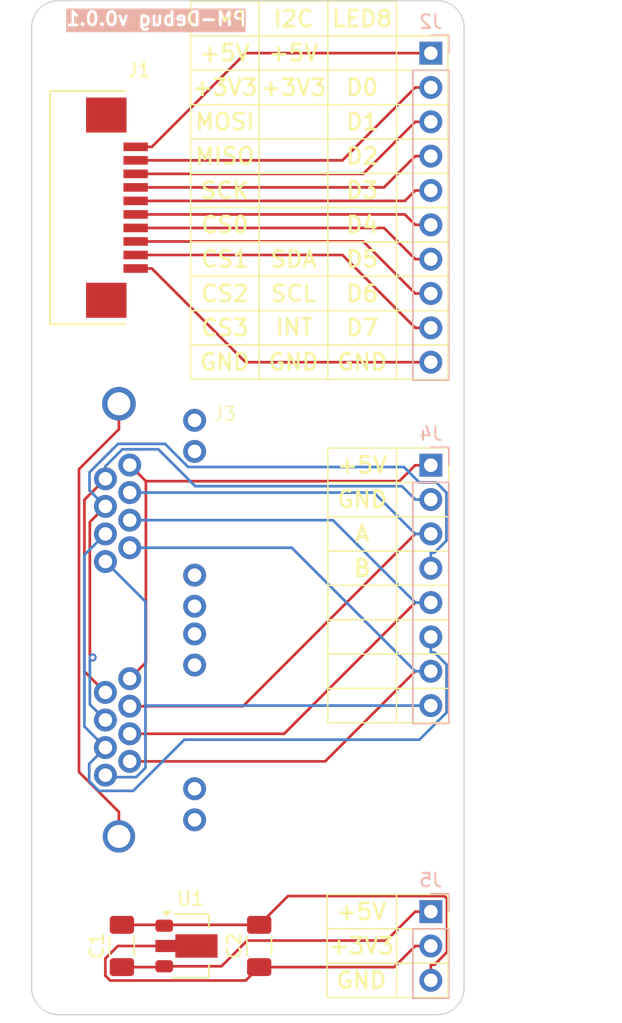
<source format=kicad_pcb>
(kicad_pcb (version 20240108) (generator "pcbnew") (generator_version "8.0")
  (layers (0 "F.Cu" signal) (31 "B.Cu" signal) (34 "B.Paste" user) (35 "F.Paste" user) (36 "B.SilkS" user "B.Silkscreen") (37 "F.SilkS" user "F.Silkscreen") (38 "B.Mask" user) (39 "F.Mask" user) (44 "Edge.Cuts" user))
  (property "article" "PM-Debug")
  (property "version" "0.0.1")
  (net 0 "")
  (net 1 "Net-(J1-Pin_9)")
  (net 2 "Net-(J1-Pin_1)")
  (net 3 "Net-(J1-Pin_7)")
  (net 4 "Net-(J1-Pin_4)")
  (net 5 "Net-(J1-Pin_6)")
  (net 6 "Net-(J1-Pin_3)")
  (net 7 "Net-(J1-Pin_10)")
  (net 8 "Net-(J1-Pin_8)")
  (net 9 "Net-(J1-Pin_5)")
  (net 10 "Net-(J1-Pin_2)")
  (net 11 "unconnected-(J3-PadPE)")
  (net 12 "Net-(J4-Pin_2)")
  (net 13 "Net-(J4-Pin_1)")
  (net 14 "Net-(J4-Pin_8)")
  (net 15 "Net-(J4-Pin_5)")
  (net 16 "Net-(J4-Pin_7)")
  (net 17 "Net-(J4-Pin_4)")
  (net 18 "Net-(J4-Pin_6)")
  (net 19 "Net-(J4-Pin_3)")
  (net 20 "GND")
  (net 21 "+5V")
  (net 22 "+3.3V")
  (footprint "kicad_inventree_lib:HC-WK88-H16-1X2-DB" (layer "F.Cu") (at 110.54 93.485 -90)
    (property "Reference" "J3" (at -10.935 -3.76 0) (layer "F.SilkS") (effects (font (thickness 0.1))))
    (property "Value" "~")
    (pad "" np_thru_hole circle (at -9.57 7.58 270) (size 1 1) (drill 3.3) (layers "F&B.Cu" "*.Mask"))
    (pad "" np_thru_hole circle (at 18.23 7.58 270) (size 1 1) (drill 3.3) (layers "F&B.Cu" "*.Mask"))
    (pad "1" thru_hole circle (at 15.8 5.08 270) (size 1.7 1.7) (drill 1) (layers "*.Cu" "*.Mask") (net 14 "Net-(J4-Pin_8)"))
    (pad "2" thru_hole circle (at 14.78 3.28 270) (size 1.7 1.7) (drill 1) (layers "*.Cu" "*.Mask") (net 16 "Net-(J4-Pin_7)"))
    (pad "3" thru_hole circle (at 13.76 5.08 270) (size 1.7 1.7) (drill 1) (layers "*.Cu" "*.Mask") (net 18 "Net-(J4-Pin_6)"))
    (pad "4" thru_hole circle (at 12.74 3.28 270) (size 1.7 1.7) (drill 1) (layers "*.Cu" "*.Mask") (net 15 "Net-(J4-Pin_5)"))
    (pad "5" thru_hole circle (at 11.72 5.08 270) (size 1.7 1.7) (drill 1) (layers "*.Cu" "*.Mask") (net 17 "Net-(J4-Pin_4)"))
    (pad "6" thru_hole circle (at 10.7 3.28 270) (size 1.7 1.7) (drill 1) (layers "*.Cu" "*.Mask") (net 19 "Net-(J4-Pin_3)"))
    (pad "7" thru_hole circle (at 9.68 5.08 270) (size 1.7 1.7) (drill 1) (layers "*.Cu" "*.Mask") (net 12 "Net-(J4-Pin_2)"))
    (pad "8" thru_hole circle (at 8.66 3.28 270) (size 1.7 1.7) (drill 1) (layers "*.Cu" "*.Mask") (net 13 "Net-(J4-Pin_1)"))
    (pad "9" thru_hole circle (at 0 5.08 270) (size 1.7 1.7) (drill 1) (layers "*.Cu" "*.Mask") (net 14 "Net-(J4-Pin_8)"))
    (pad "10" thru_hole circle (at -1.02 3.28 270) (size 1.7 1.7) (drill 1) (layers "*.Cu" "*.Mask") (net 16 "Net-(J4-Pin_7)"))
    (pad "11" thru_hole circle (at -2.04 5.08 270) (size 1.7 1.7) (drill 1) (layers "*.Cu" "*.Mask") (net 18 "Net-(J4-Pin_6)"))
    (pad "12" thru_hole circle (at -3.06 3.28 270) (size 1.7 1.7) (drill 1) (layers "*.Cu" "*.Mask") (net 15 "Net-(J4-Pin_5)"))
    (pad "13" thru_hole circle (at -4.08 5.08 270) (size 1.7 1.7) (drill 1) (layers "*.Cu" "*.Mask") (net 17 "Net-(J4-Pin_4)"))
    (pad "14" thru_hole circle (at -5.1 3.28 270) (size 1.7 1.7) (drill 1) (layers "*.Cu" "*.Mask") (net 19 "Net-(J4-Pin_3)"))
    (pad "15" thru_hole circle (at -6.12 5.08 270) (size 1.7 1.7) (drill 1) (layers "*.Cu" "*.Mask") (net 12 "Net-(J4-Pin_2)"))
    (pad "16" thru_hole circle (at -7.14 3.28 270) (size 1.7 1.7) (drill 1) (layers "*.Cu" "*.Mask") (net 13 "Net-(J4-Pin_1)"))
    (pad "17" thru_hole circle (at 19.105 -1.52 270) (size 1.7 1.7) (drill 1) (layers "*.Cu" "*.Mask"))
    (pad "18" thru_hole circle (at 16.805 -1.52 270) (size 1.7 1.7) (drill 1) (layers "*.Cu" "*.Mask"))
    (pad "19" thru_hole circle (at 7.655 -1.52 270) (size 1.7 1.7) (drill 1) (layers "*.Cu" "*.Mask"))
    (pad "20" thru_hole circle (at 5.355 -1.52 270) (size 1.7 1.7) (drill 1) (layers "*.Cu" "*.Mask"))
    (pad "21" thru_hole circle (at 3.305 -1.52 270) (size 1.7 1.7) (drill 1) (layers "*.Cu" "*.Mask"))
    (pad "22" thru_hole circle (at 1.005 -1.52 270) (size 1.7 1.7) (drill 1) (layers "*.Cu" "*.Mask"))
    (pad "23" thru_hole circle (at -8.145 -1.52 270) (size 1.7 1.7) (drill 1) (layers "*.Cu" "*.Mask"))
    (pad "24" thru_hole circle (at -10.445 -1.52 270) (size 1.7 1.7) (drill 1) (layers "*.Cu" "*.Mask"))
    (pad "PE" thru_hole circle (at -11.67 4.08 270) (size 2.5 2.5) (drill 1.7) (layers "*.Cu" "*.Mask") (net 11 "unconnected-(J3-PadPE)"))
    (pad "PE" thru_hole circle (at 20.33 4.08 270) (size 2.4 2.4) (drill 1.7) (layers "*.Cu" "*.Mask") (net 11 "unconnected-(J3-PadPE)"))
  )
  (footprint "Package_TO_SOT_SMD:SOT-89-3" (layer "F.Cu") (at 111.76 121.92)
    (property "Reference" "U1" (at 0 -3.5 0) (layer "F.SilkS"))
    (property "Value" "CJA1117B-3.3")
    (fp_line (start -1.22 -2.36) (end 1.36 -2.36) (stroke (width 0.12)) (layer "F.SilkS"))
    (fp_line (start 1.36 -1.38) (end 1.36 -2.36) (stroke (width 0.12)) (layer "F.SilkS"))
    (fp_line (start 1.36 1.38) (end 1.36 2.36) (stroke (width 0.12)) (layer "F.SilkS"))
    (fp_line (start 1.36 2.36) (end -1.36 2.36) (stroke (width 0.12)) (layer "F.SilkS"))
    (fp_poly (pts (xy -1.77 -2.21) (xy -2.01 -2.54) (xy -1.53 -2.54) (xy -1.77 -2.21)) (stroke (width 0.12)) (fill solid) (layer "F.SilkS"))
    (pad "1" smd roundrect (at -1.95 -1.5) (size 1.3 0.9) (layers "F.Cu" "F.Paste" "F.Mask") (net 20 "GND"))
    (pad "2" smd custom (at -1.8625 0) (size 1.475 0.9) (layers "F.Cu" "F.Paste" "F.Mask") (net 22 "+3.3V") (options (clearance outline) (anchor rect)) (primitives (gr_poly (pts (xy 3.8625 0.8665) (xy 0.7375 0.8665) (xy 0.7375 -0.8665) (xy 3.8625 -0.8665)) (width 0) (fill yes))))
    (pad "3" smd roundrect (at -1.95 1.5) (size 1.3 0.9) (layers "F.Cu" "F.Paste" "F.Mask") (net 21 "+5V"))
  )
  (footprint "Capacitor_SMD:C_1206_3216Metric_Pad1.33x1.80mm_HandSolder" (layer "F.Cu") (at 116.84 121.92 90)
    (property "Reference" "C2" (at 0 -1.85 90) (layer "F.SilkS"))
    (property "Value" "22uF")
    (fp_line (start -0.711252 -0.91) (end 0.711252 -0.91) (stroke (width 0.12)) (layer "F.SilkS"))
    (fp_line (start -0.711252 0.91) (end 0.711252 0.91) (stroke (width 0.12)) (layer "F.SilkS"))
    (pad "1" smd roundrect (at -1.5625 0 90) (size 1.325 1.8) (layers "F.Cu" "F.Paste" "F.Mask") (roundrect_rratio 0.188679) (net 22 "+3.3V"))
    (pad "2" smd roundrect (at 1.5625 0 90) (size 1.325 1.8) (layers "F.Cu" "F.Paste" "F.Mask") (roundrect_rratio 0.188679) (net 20 "GND"))
  )
  (footprint "kicad_inventree_lib:CONN10_AFA07-S10_JUS" (layer "F.Cu") (at 104.14 67.31 -90)
    (property "Reference" "J1" (at -10.16 -3.81 0) (layer "F.SilkS"))
    (property "Value" "AFA07-S10FCC-00")
    (fp_line (start -8.6233 2.7813) (end 8.6233 2.7813) (stroke (width 0.1524)) (layer "F.SilkS"))
    (fp_line (start 8.6233 2.7813) (end 8.6233 -2.7813) (stroke (width 0.1524)) (layer "F.SilkS"))
    (fp_line (start -8.6233 -2.7813) (end -8.6233 2.7813) (stroke (width 0.1524)) (layer "F.SilkS"))
    (pad "1" smd rect (at -4.499991 -3.556 270) (size 0.635 1.8034) (layers "F.Cu" "F.Paste" "F.Mask") (net 2 "Net-(J1-Pin_1)"))
    (pad "2" smd rect (at -3.499993 -3.556 270) (size 0.635 1.8034) (layers "F.Cu" "F.Paste" "F.Mask") (net 10 "Net-(J1-Pin_2)"))
    (pad "3" smd rect (at -2.499995 -3.556 270) (size 0.635 1.8034) (layers "F.Cu" "F.Paste" "F.Mask") (net 6 "Net-(J1-Pin_3)"))
    (pad "4" smd rect (at -1.499997 -3.556 270) (size 0.635 1.8034) (layers "F.Cu" "F.Paste" "F.Mask") (net 4 "Net-(J1-Pin_4)"))
    (pad "5" smd rect (at -0.499999 -3.556 270) (size 0.635 1.8034) (layers "F.Cu" "F.Paste" "F.Mask") (net 9 "Net-(J1-Pin_5)"))
    (pad "6" smd rect (at 0.499999 -3.556 270) (size 0.635 1.8034) (layers "F.Cu" "F.Paste" "F.Mask") (net 5 "Net-(J1-Pin_6)"))
    (pad "7" smd rect (at 1.499997 -3.556 270) (size 0.635 1.8034) (layers "F.Cu" "F.Paste" "F.Mask") (net 3 "Net-(J1-Pin_7)"))
    (pad "8" smd rect (at 2.499995 -3.556 270) (size 0.635 1.8034) (layers "F.Cu" "F.Paste" "F.Mask") (net 8 "Net-(J1-Pin_8)"))
    (pad "9" smd rect (at 3.499993 -3.556 270) (size 0.635 1.8034) (layers "F.Cu" "F.Paste" "F.Mask") (net 1 "Net-(J1-Pin_9)"))
    (pad "10" smd rect (at 4.499991 -3.556 270) (size 0.635 1.8034) (layers "F.Cu" "F.Paste" "F.Mask") (net 7 "Net-(J1-Pin_10)"))
    (pad "11" smd rect (at -6.850002 -1.385999 270) (size 2.5908 2.9972) (layers "F.Cu" "F.Paste" "F.Mask"))
    (pad "12" smd rect (at 6.850002 -1.385999 270) (size 2.5908 2.9972) (layers "F.Cu" "F.Paste" "F.Mask"))
  )
  (footprint "Capacitor_SMD:C_1206_3216Metric_Pad1.33x1.80mm_HandSolder" (layer "F.Cu") (at 106.68 121.92 90)
    (property "Reference" "C1" (at 0 -1.85 90) (layer "F.SilkS"))
    (property "Value" "10uF")
    (fp_line (start -0.711252 -0.91) (end 0.711252 -0.91) (stroke (width 0.12)) (layer "F.SilkS"))
    (fp_line (start -0.711252 0.91) (end 0.711252 0.91) (stroke (width 0.12)) (layer "F.SilkS"))
    (pad "1" smd roundrect (at -1.5625 0 90) (size 1.325 1.8) (layers "F.Cu" "F.Paste" "F.Mask") (roundrect_rratio 0.188679) (net 21 "+5V"))
    (pad "2" smd roundrect (at 1.5625 0 90) (size 1.325 1.8) (layers "F.Cu" "F.Paste" "F.Mask") (roundrect_rratio 0.188679) (net 20 "GND"))
  )
  (footprint "Connector_PinHeader_2.54mm:PinHeader_1x10_P2.54mm_Vertical" (layer "B.Cu") (at 129.54 55.88 180)
    (property "Reference" "J2" (at 0 2.33 0) (layer "B.SilkS") (effects (justify mirror)))
    (property "Value" "Conn_01x10_Pin")
    (fp_line (start 1.33 -1.27) (end -1.33 -1.27) (stroke (width 0.12)) (layer "B.SilkS"))
    (fp_line (start 1.33 -24.19) (end 1.33 -1.27) (stroke (width 0.12)) (layer "B.SilkS"))
    (fp_line (start 1.33 -24.19) (end -1.33 -24.19) (stroke (width 0.12)) (layer "B.SilkS"))
    (fp_line (start 0 1.33) (end -1.33 1.33) (stroke (width 0.12)) (layer "B.SilkS"))
    (fp_line (start -1.33 1.33) (end -1.33 0) (stroke (width 0.12)) (layer "B.SilkS"))
    (fp_line (start -1.33 -24.19) (end -1.33 -1.27) (stroke (width 0.12)) (layer "B.SilkS"))
    (pad "1" thru_hole rect (at 0 0 180) (size 1.7 1.7) (drill 1) (layers "*.Cu" "*.Mask") (net 2 "Net-(J1-Pin_1)"))
    (pad "2" thru_hole oval (at 0 -2.54 180) (size 1.7 1.7) (drill 1) (layers "*.Cu" "*.Mask") (net 10 "Net-(J1-Pin_2)"))
    (pad "3" thru_hole oval (at 0 -5.08 180) (size 1.7 1.7) (drill 1) (layers "*.Cu" "*.Mask") (net 6 "Net-(J1-Pin_3)"))
    (pad "4" thru_hole oval (at 0 -7.62 180) (size 1.7 1.7) (drill 1) (layers "*.Cu" "*.Mask") (net 4 "Net-(J1-Pin_4)"))
    (pad "5" thru_hole oval (at 0 -10.16 180) (size 1.7 1.7) (drill 1) (layers "*.Cu" "*.Mask") (net 9 "Net-(J1-Pin_5)"))
    (pad "6" thru_hole oval (at 0 -12.7 180) (size 1.7 1.7) (drill 1) (layers "*.Cu" "*.Mask") (net 5 "Net-(J1-Pin_6)"))
    (pad "7" thru_hole oval (at 0 -15.24 180) (size 1.7 1.7) (drill 1) (layers "*.Cu" "*.Mask") (net 3 "Net-(J1-Pin_7)"))
    (pad "8" thru_hole oval (at 0 -17.78 180) (size 1.7 1.7) (drill 1) (layers "*.Cu" "*.Mask") (net 8 "Net-(J1-Pin_8)"))
    (pad "9" thru_hole oval (at 0 -20.32 180) (size 1.7 1.7) (drill 1) (layers "*.Cu" "*.Mask") (net 1 "Net-(J1-Pin_9)"))
    (pad "10" thru_hole oval (at 0 -22.86 180) (size 1.7 1.7) (drill 1) (layers "*.Cu" "*.Mask") (net 7 "Net-(J1-Pin_10)"))
  )
  (footprint "Connector_PinHeader_2.54mm:PinHeader_1x08_P2.54mm_Vertical" (layer "B.Cu") (at 129.54 86.36 180)
    (property "Reference" "J4" (at 0 2.33 0) (layer "B.SilkS") (effects (justify mirror)))
    (property "Value" "PinHeader_01x08_P2.54_THT_Straight")
    (fp_line (start 1.33 -1.27) (end -1.33 -1.27) (stroke (width 0.12)) (layer "B.SilkS"))
    (fp_line (start 1.33 -19.11) (end 1.33 -1.27) (stroke (width 0.12)) (layer "B.SilkS"))
    (fp_line (start 1.33 -19.11) (end -1.33 -19.11) (stroke (width 0.12)) (layer "B.SilkS"))
    (fp_line (start 0 1.33) (end -1.33 1.33) (stroke (width 0.12)) (layer "B.SilkS"))
    (fp_line (start -1.33 1.33) (end -1.33 0) (stroke (width 0.12)) (layer "B.SilkS"))
    (fp_line (start -1.33 -19.11) (end -1.33 -1.27) (stroke (width 0.12)) (layer "B.SilkS"))
    (pad "1" thru_hole rect (at 0 0 180) (size 1.7 1.7) (drill 1) (layers "*.Cu" "*.Mask") (net 13 "Net-(J4-Pin_1)"))
    (pad "2" thru_hole oval (at 0 -2.54 180) (size 1.7 1.7) (drill 1) (layers "*.Cu" "*.Mask") (net 12 "Net-(J4-Pin_2)"))
    (pad "3" thru_hole oval (at 0 -5.08 180) (size 1.7 1.7) (drill 1) (layers "*.Cu" "*.Mask") (net 19 "Net-(J4-Pin_3)"))
    (pad "4" thru_hole oval (at 0 -7.62 180) (size 1.7 1.7) (drill 1) (layers "*.Cu" "*.Mask") (net 17 "Net-(J4-Pin_4)"))
    (pad "5" thru_hole oval (at 0 -10.16 180) (size 1.7 1.7) (drill 1) (layers "*.Cu" "*.Mask") (net 15 "Net-(J4-Pin_5)"))
    (pad "6" thru_hole oval (at 0 -12.7 180) (size 1.7 1.7) (drill 1) (layers "*.Cu" "*.Mask") (net 18 "Net-(J4-Pin_6)"))
    (pad "7" thru_hole oval (at 0 -15.24 180) (size 1.7 1.7) (drill 1) (layers "*.Cu" "*.Mask") (net 16 "Net-(J4-Pin_7)"))
    (pad "8" thru_hole oval (at 0 -17.78 180) (size 1.7 1.7) (drill 1) (layers "*.Cu" "*.Mask") (net 14 "Net-(J4-Pin_8)"))
  )
  (footprint "Connector_PinHeader_2.54mm:PinHeader_1x03_P2.54mm_Vertical" (layer "B.Cu") (at 129.54 119.38 180)
    (property "Reference" "J5" (at 0 2.33 0) (layer "B.SilkS") (effects (justify mirror)))
    (property "Value" "Conn_01x03_Pin")
    (fp_line (start 1.33 -1.27) (end -1.33 -1.27) (stroke (width 0.12)) (layer "B.SilkS"))
    (fp_line (start 1.33 -6.41) (end 1.33 -1.27) (stroke (width 0.12)) (layer "B.SilkS"))
    (fp_line (start 1.33 -6.41) (end -1.33 -6.41) (stroke (width 0.12)) (layer "B.SilkS"))
    (fp_line (start 0 1.33) (end -1.33 1.33) (stroke (width 0.12)) (layer "B.SilkS"))
    (fp_line (start -1.33 1.33) (end -1.33 0) (stroke (width 0.12)) (layer "B.SilkS"))
    (fp_line (start -1.33 -6.41) (end -1.33 -1.27) (stroke (width 0.12)) (layer "B.SilkS"))
    (pad "1" thru_hole rect (at 0 0 180) (size 1.7 1.7) (drill 1) (layers "*.Cu" "*.Mask") (net 21 "+5V"))
    (pad "2" thru_hole oval (at 0 -2.54 180) (size 1.7 1.7) (drill 1) (layers "*.Cu" "*.Mask") (net 22 "+3.3V"))
    (pad "3" thru_hole oval (at 0 -5.08 180) (size 1.7 1.7) (drill 1) (layers "*.Cu" "*.Mask") (net 20 "GND"))
  )
  (gr_rect (start 121.86 123.19) (end 130.81 125.73) (stroke (width 0.1)) (fill none) (layer "F.SilkS"))
  (gr_line (start 121.92 52.07) (end 121.92 80.01) (stroke (width 0.1)) (layer "F.SilkS"))
  (gr_rect (start 121.92 90.17) (end 130.87 92.71) (stroke (width 0.1)) (fill none) (layer "F.SilkS"))
  (gr_rect (start 111.76 67.31) (end 130.81 69.85) (stroke (width 0.1)) (fill none) (layer "F.SilkS"))
  (gr_line (start 127 85.09) (end 127 105.41) (stroke (width 0.1)) (layer "F.SilkS"))
  (gr_rect (start 111.76 64.77) (end 130.81 67.31) (stroke (width 0.1)) (fill none) (layer "F.SilkS"))
  (gr_rect (start 121.92 85.09) (end 130.87 87.63) (stroke (width 0.1)) (fill none) (layer "F.SilkS"))
  (gr_rect (start 121.92 102.87) (end 130.87 105.41) (stroke (width 0.1)) (fill none) (layer "F.SilkS"))
  (gr_rect (start 111.76 77.47) (end 130.81 80.01) (stroke (width 0.1)) (fill none) (layer "F.SilkS"))
  (gr_line (start 127 52.07) (end 127 80.01) (stroke (width 0.1)) (layer "F.SilkS"))
  (gr_rect (start 111.76 62.23) (end 130.81 64.77) (stroke (width 0.1)) (fill none) (layer "F.SilkS"))
  (gr_rect (start 121.86 118.11) (end 130.81 120.65) (stroke (width 0.1)) (fill none) (layer "F.SilkS"))
  (gr_line (start 127 118.11) (end 127 125.73) (stroke (width 0.1)) (layer "F.SilkS"))
  (gr_rect (start 121.92 87.63) (end 130.87 90.17) (stroke (width 0.1)) (fill none) (layer "F.SilkS"))
  (gr_rect (start 111.76 74.93) (end 130.81 77.47) (stroke (width 0.1)) (fill none) (layer "F.SilkS"))
  (gr_line (start 111.76 52.07) (end 111.76 80.01) (stroke (width 0.1)) (layer "F.SilkS"))
  (gr_rect (start 121.92 95.25) (end 130.87 97.79) (stroke (width 0.1)) (fill none) (layer "F.SilkS"))
  (gr_rect (start 111.76 69.85) (end 130.81 72.39) (stroke (width 0.1)) (fill none) (layer "F.SilkS"))
  (gr_rect (start 121.92 92.71) (end 130.87 95.25) (stroke (width 0.1)) (fill none) (layer "F.SilkS"))
  (gr_rect (start 121.92 100.33) (end 130.87 102.87) (stroke (width 0.1)) (fill none) (layer "F.SilkS"))
  (gr_line (start 116.84 52.07) (end 116.84 80.01) (stroke (width 0.1)) (layer "F.SilkS"))
  (gr_rect (start 111.76 59.69) (end 130.81 62.23) (stroke (width 0.1)) (fill none) (layer "F.SilkS"))
  (gr_rect (start 111.76 57.15) (end 130.81 59.69) (stroke (width 0.1)) (fill none) (layer "F.SilkS"))
  (gr_line (start 111.76 52.07) (end 127 52.07) (stroke (width 0.1)) (layer "F.SilkS"))
  (gr_rect (start 111.76 54.61) (end 130.81 57.15) (stroke (width 0.1)) (fill none) (layer "F.SilkS"))
  (gr_rect (start 121.92 97.79) (end 130.87 100.33) (stroke (width 0.1)) (fill none) (layer "F.SilkS"))
  (gr_rect (start 111.76 72.39) (end 130.81 74.93) (stroke (width 0.1)) (fill none) (layer "F.SilkS"))
  (gr_rect (start 121.86 120.65) (end 130.81 123.19) (stroke (width 0.1)) (fill none) (layer "F.SilkS"))
  (gr_arc (start 100 54) (mid 100.585786 52.585786) (end 102 52) (stroke (width 0.1)) (layer "Edge.Cuts"))
  (gr_arc (start 130 52) (mid 131.414214 52.585786) (end 132 54) (stroke (width 0.1)) (layer "Edge.Cuts"))
  (gr_line (start 130 127) (end 102 127) (stroke (width 0.1)) (layer "Edge.Cuts"))
  (gr_line (start 100 125) (end 100 54) (stroke (width 0.1)) (layer "Edge.Cuts"))
  (gr_arc (start 132 125) (mid 131.414214 126.414214) (end 130 127) (stroke (width 0.1)) (layer "Edge.Cuts"))
  (gr_arc (start 102 127) (mid 100.585786 126.414214) (end 100 125) (stroke (width 0.1)) (layer "Edge.Cuts"))
  (gr_line (start 132 54) (end 132 125) (stroke (width 0.1)) (layer "Edge.Cuts"))
  (gr_line (start 102 52) (end 130 52) (stroke (width 0.1)) (layer "Edge.Cuts"))
  (gr_text "${article} v${version}" (at 109.22 53.34 0) (layer "B.SilkS" knockout) (effects (font (size 1 1) (thickness 0.2) (bold yes)) (justify mirror)))
  (gr_text "GND" (at 124.46 88.9 0) (layer "F.SilkS") (effects (font (size 1.2 1.2) (thickness 0.2) (bold yes))))
  (gr_text "CS3" (at 114.3 76.2 0) (layer "F.SilkS") (effects (font (size 1.2 1.2) (thickness 0.2) (bold yes))))
  (gr_text "+3V3" (at 119.38 58.42 0) (layer "F.SilkS") (effects (font (size 1.2 1.2) (thickness 0.2) (bold yes))))
  (gr_text "MISO" (at 114.3 63.5 0) (layer "F.SilkS") (effects (font (size 1.2 1.2) (thickness 0.2) (bold yes))))
  (gr_text "SPI" (at 114.3 53.34 0) (layer "F.SilkS") (effects (font (size 1.2 1.2) (thickness 0.2) (bold yes))))
  (gr_text "SDA" (at 119.38 71.12 0) (layer "F.SilkS") (effects (font (size 1.2 1.2) (thickness 0.2) (bold yes))))
  (gr_text "GND" (at 124.4 124.46 0) (layer "F.SilkS") (effects (font (size 1.2 1.2) (thickness 0.2) (bold yes))))
  (gr_text "D4" (at 124.46 68.58 0) (layer "F.SilkS") (effects (font (size 1.2 1.2) (thickness 0.2) (bold yes))))
  (gr_text "GND" (at 124.46 78.74 0) (layer "F.SilkS") (effects (font (size 1.2 1.2) (thickness 0.2) (bold yes))))
  (gr_text "+5V" (at 124.4 119.38 0) (layer "F.SilkS") (effects (font (size 1.2 1.2) (thickness 0.2) (bold yes))))
  (gr_text "D2" (at 124.46 63.5 0) (layer "F.SilkS") (effects (font (size 1.2 1.2) (thickness 0.2) (bold yes))))
  (gr_text "+5V" (at 119.38 55.88 0) (layer "F.SilkS") (effects (font (size 1.2 1.2) (thickness 0.2) (bold yes))))
  (gr_text "CS1" (at 114.3 71.12 0) (layer "F.SilkS") (effects (font (size 1.2 1.2) (thickness 0.2) (bold yes))))
  (gr_text "INT" (at 119.437299 76.141265 0) (layer "F.SilkS") (effects (font (size 1.2 1.2) (thickness 0.2) (bold yes))))
  (gr_text "LED8" (at 124.46 53.34 0) (layer "F.SilkS") (effects (font (size 1.2 1.2) (thickness 0.2) (bold yes))))
  (gr_text "CS0" (at 114.3 68.58 0) (layer "F.SilkS") (effects (font (size 1.2 1.2) (thickness 0.2) (bold yes))))
  (gr_text "D6" (at 124.46 73.66 0) (layer "F.SilkS") (effects (font (size 1.2 1.2) (thickness 0.2) (bold yes))))
  (gr_text "A" (at 124.46 91.44 0) (layer "F.SilkS") (effects (font (size 1.2 1.2) (thickness 0.2) (bold yes))))
  (gr_text "MOSI" (at 114.3 60.96 0) (layer "F.SilkS") (effects (font (size 1.2 1.2) (thickness 0.2) (bold yes))))
  (gr_text "B" (at 124.46 93.98 0) (layer "F.SilkS") (effects (font (size 1.2 1.2) (thickness 0.2) (bold yes))))
  (gr_text "D1" (at 124.46 60.96 0) (layer "F.SilkS") (effects (font (size 1.2 1.2) (thickness 0.2) (bold yes))))
  (gr_text "D5" (at 124.46 71.12 0) (layer "F.SilkS") (effects (font (size 1.2 1.2) (thickness 0.2) (bold yes))))
  (gr_text "CS2" (at 114.3 73.66 0) (layer "F.SilkS") (effects (font (size 1.2 1.2) (thickness 0.2) (bold yes))))
  (gr_text "+3V3" (at 114.3 58.42 0) (layer "F.SilkS") (effects (font (size 1.2 1.2) (thickness 0.2) (bold yes))))
  (gr_text "SCL" (at 119.38 73.66 0) (layer "F.SilkS") (effects (font (size 1.2 1.2) (thickness 0.2) (bold yes))))
  (gr_text "+3V3" (at 124.4 121.92 0) (layer "F.SilkS") (effects (font (size 1.2 1.2) (thickness 0.2) (bold yes))))
  (gr_text "GND" (at 119.38 78.74 0) (layer "F.SilkS") (effects (font (size 1.2 1.2) (thickness 0.2) (bold yes))))
  (gr_text "GND" (at 114.3 78.74 0) (layer "F.SilkS") (effects (font (size 1.2 1.2) (thickness 0.2) (bold yes))))
  (gr_text "+5V" (at 124.46 86.36 0) (layer "F.SilkS") (effects (font (size 1.2 1.2) (thickness 0.2) (bold yes))))
  (gr_text "I2C" (at 119.38 53.34 0) (layer "F.SilkS") (effects (font (size 1.2 1.2) (thickness 0.2) (bold yes))))
  (gr_text "D0" (at 124.46 58.42 0) (layer "F.SilkS") (effects (font (size 1.2 1.2) (thickness 0.2) (bold yes))))
  (gr_text "SCK" (at 114.3 66.04 0) (layer "F.SilkS") (effects (font (size 1.2 1.2) (thickness 0.2) (bold yes))))
  (gr_text "D7" (at 124.46 76.2 0) (layer "F.SilkS") (effects (font (size 1.2 1.2) (thickness 0.2) (bold yes))))
  (gr_text "D3" (at 124.46 66.04 0) (layer "F.SilkS") (effects (font (size 1.2 1.2) (thickness 0.2) (bold yes))))
  (gr_text "+5V" (at 114.3 55.88 0) (layer "F.SilkS") (effects (font (size 1.2 1.2) (thickness 0.2) (bold yes))))
  (segment (start 129.54 76.2) (end 128.3883 76.2) (width 0.2) (layer "F.Cu") (net 1))
  (segment (start 107.696 70.81) (end 122.9983 70.81) (width 0.2) (layer "F.Cu") (net 1))
  (segment (start 122.9983 70.81) (end 128.3883 76.2) (width 0.2) (layer "F.Cu") (net 1))
  (segment (start 107.696 62.81) (end 108.8994 62.81) (width 0.2) (layer "F.Cu") (net 2))
  (segment (start 108.8994 62.81) (end 115.8294 55.88) (width 0.2) (layer "F.Cu") (net 2))
  (segment (start 115.8294 55.88) (end 129.54 55.88) (width 0.2) (layer "F.Cu") (net 2))
  (segment (start 107.696 68.81) (end 126.0783 68.81) (width 0.2) (layer "F.Cu") (net 3))
  (segment (start 129.54 71.12) (end 128.3883 71.12) (width 0.2) (layer "F.Cu") (net 3))
  (segment (start 126.0783 68.81) (end 128.3883 71.12) (width 0.2) (layer "F.Cu") (net 3))
  (segment (start 126.0783 65.81) (end 128.3883 63.5) (width 0.2) (layer "F.Cu") (net 4))
  (segment (start 107.696 65.81) (end 126.0783 65.81) (width 0.2) (layer "F.Cu") (net 4))
  (segment (start 129.54 63.5) (end 128.3883 63.5) (width 0.2) (layer "F.Cu") (net 4))
  (segment (start 129.54 68.58) (end 128.3883 68.58) (width 0.2) (layer "F.Cu") (net 5))
  (segment (start 107.696 67.81) (end 127.6183 67.81) (width 0.2) (layer "F.Cu") (net 5))
  (segment (start 127.6183 67.81) (end 128.3883 68.58) (width 0.2) (layer "F.Cu") (net 5))
  (segment (start 107.696 64.81) (end 124.5383 64.81) (width 0.2) (layer "F.Cu") (net 6))
  (segment (start 124.5383 64.81) (end 128.3883 60.96) (width 0.2) (layer "F.Cu") (net 6))
  (segment (start 129.54 60.96) (end 128.3883 60.96) (width 0.2) (layer "F.Cu") (net 6))
  (segment (start 115.8294 78.74) (end 129.54 78.74) (width 0.2) (layer "F.Cu") (net 7))
  (segment (start 107.696 71.81) (end 108.8994 71.81) (width 0.2) (layer "F.Cu") (net 7))
  (segment (start 108.8994 71.81) (end 115.8294 78.74) (width 0.2) (layer "F.Cu") (net 7))
  (segment (start 124.5383 69.81) (end 128.3883 73.66) (width 0.2) (layer "F.Cu") (net 8))
  (segment (start 107.696 69.81) (end 124.5383 69.81) (width 0.2) (layer "F.Cu") (net 8))
  (segment (start 129.54 73.66) (end 128.3883 73.66) (width 0.2) (layer "F.Cu") (net 8))
  (segment (start 129.54 66.04) (end 128.3883 66.04) (width 0.2) (layer "F.Cu") (net 9))
  (segment (start 127.6183 66.81) (end 128.3883 66.04) (width 0.2) (layer "F.Cu") (net 9))
  (segment (start 107.696 66.81) (end 127.6183 66.81) (width 0.2) (layer "F.Cu") (net 9))
  (segment (start 107.696 63.81) (end 122.9983 63.81) (width 0.2) (layer "F.Cu") (net 10))
  (segment (start 122.9983 63.81) (end 128.3883 58.42) (width 0.2) (layer "F.Cu") (net 10))
  (segment (start 129.54 58.42) (end 128.3883 58.42) (width 0.2) (layer "F.Cu") (net 10))
  (segment (start 103.5037 86.656) (end 103.5037 109.0511) (width 0.2) (layer "F.Cu") (net 11))
  (segment (start 106.46 81.815) (end 106.46 83.6997) (width 0.2) (layer "F.Cu") (net 11))
  (segment (start 106.46 112.0074) (end 106.46 113.815) (width 0.2) (layer "F.Cu") (net 11))
  (segment (start 106.46 83.6997) (end 103.5037 86.656) (width 0.2) (layer "F.Cu") (net 11))
  (segment (start 103.5037 109.0511) (end 106.46 112.0074) (width 0.2) (layer "F.Cu") (net 11))
  (segment (start 103.9054 88.9196) (end 103.9054 101.6104) (width 0.2) (layer "F.Cu") (net 12))
  (segment (start 103.9054 101.6104) (end 105.46 103.165) (width 0.2) (layer "F.Cu") (net 12))
  (segment (start 105.46 87.365) (end 103.9054 88.9196) (width 0.2) (layer "F.Cu") (net 12))
  (segment (start 112.104 87.9119) (end 127.4002 87.9119) (width 0.2) (layer "B.Cu") (net 12))
  (segment (start 127.4002 87.9119) (end 128.3883 88.9) (width 0.2) (layer "B.Cu") (net 12))
  (segment (start 109.3742 85.1821) (end 112.104 87.9119) (width 0.2) (layer "B.Cu") (net 12))
  (segment (start 129.54 88.9) (end 128.3883 88.9) (width 0.2) (layer "B.Cu") (net 12))
  (segment (start 106.7145 85.1821) (end 109.3742 85.1821) (width 0.2) (layer "B.Cu") (net 12))
  (segment (start 105.46 86.4366) (end 106.7145 85.1821) (width 0.2) (layer "B.Cu") (net 12))
  (segment (start 105.46 87.365) (end 105.46 86.4366) (width 0.2) (layer "B.Cu") (net 12))
  (segment (start 108.4547 87.5397) (end 127.2086 87.5397) (width 0.2) (layer "F.Cu") (net 13))
  (segment (start 108.4547 100.9503) (end 107.26 102.145) (width 0.2) (layer "F.Cu") (net 13))
  (segment (start 108.4547 87.5397) (end 108.4547 100.9503) (width 0.2) (layer "F.Cu") (net 13))
  (segment (start 129.54 86.36) (end 128.3883 86.36) (width 0.2) (layer "F.Cu") (net 13))
  (segment (start 127.2086 87.5397) (end 128.3883 86.36) (width 0.2) (layer "F.Cu") (net 13))
  (segment (start 107.26 86.345) (end 108.4547 87.5397) (width 0.2) (layer "F.Cu") (net 13))
  (segment (start 108.4241 104.14) (end 108.4241 108.7438) (width 0.2) (layer "B.Cu") (net 14))
  (segment (start 107.7356 109.4323) (end 105.6073 109.4323) (width 0.2) (layer "B.Cu") (net 14))
  (segment (start 108.4241 96.4491) (end 108.4241 104.14) (width 0.2) (layer "B.Cu") (net 14))
  (segment (start 129.54 104.14) (end 128.3883 104.14) (width 0.2) (layer "B.Cu") (net 14))
  (segment (start 108.4241 104.14) (end 128.3883 104.14) (width 0.2) (layer "B.Cu") (net 14))
  (segment (start 105.6073 109.4323) (end 105.46 109.285) (width 0.2) (layer "B.Cu") (net 14))
  (segment (start 105.46 93.485) (end 108.4241 96.4491) (width 0.2) (layer "B.Cu") (net 14))
  (segment (start 108.4241 108.7438) (end 107.7356 109.4323) (width 0.2) (layer "B.Cu") (net 14))
  (segment (start 129.54 96.52) (end 128.3883 96.52) (width 0.2) (layer "F.Cu") (net 15))
  (segment (start 128.3883 96.52) (end 118.6833 106.225) (width 0.2) (layer "F.Cu") (net 15))
  (segment (start 118.6833 106.225) (end 107.26 106.225) (width 0.2) (layer "F.Cu") (net 15))
  (segment (start 122.2933 90.425) (end 107.26 90.425) (width 0.2) (layer "B.Cu") (net 15))
  (segment (start 128.3883 96.52) (end 122.2933 90.425) (width 0.2) (layer "B.Cu") (net 15))
  (segment (start 129.54 96.52) (end 128.3883 96.52) (width 0.2) (layer "B.Cu") (net 15))
  (segment (start 129.54 101.6) (end 128.3883 101.6) (width 0.2) (layer "F.Cu") (net 16))
  (segment (start 128.3883 101.6) (end 121.7233 108.265) (width 0.2) (layer "F.Cu") (net 16))
  (segment (start 121.7233 108.265) (end 107.26 108.265) (width 0.2) (layer "F.Cu") (net 16))
  (segment (start 119.2533 92.465) (end 128.3883 101.6) (width 0.2) (layer "B.Cu") (net 16))
  (segment (start 107.26 92.465) (end 119.2533 92.465) (width 0.2) (layer "B.Cu") (net 16))
  (segment (start 129.54 101.6) (end 128.3883 101.6) (width 0.2) (layer "B.Cu") (net 16))
  (segment (start 104.3071 100.3761) (end 104.5142 100.5832) (width 0.2) (layer "F.Cu") (net 17))
  (segment (start 104.3071 90.5579) (end 104.3071 100.3761) (width 0.2) (layer "F.Cu") (net 17))
  (segment (start 105.46 89.405) (end 104.3071 90.5579) (width 0.2) (layer "F.Cu") (net 17))
  (via (at 104.5142 100.5832) (size 0.6) (drill 0.3) (layers "F.Cu" "B.Cu") (net 17))
  (segment (start 106.3899 84.7804) (end 109.8717 84.7804) (width 0.2) (layer "B.Cu") (net 17))
  (segment (start 130.6934 88.3837) (end 130.6934 91.9434) (width 0.2) (layer "B.Cu") (net 17))
  (segment (start 104.285 88.23) (end 104.285 86.8853) (width 0.2) (layer "B.Cu") (net 17))
  (segment (start 129.8085 92.8283) (end 129.54 92.8283) (width 0.2) (layer "B.Cu") (net 17))
  (segment (start 104.285 86.8853) (end 106.3899 84.7804) (width 0.2) (layer "B.Cu") (net 17))
  (segment (start 128.6815 87.6282) (end 129.9379 87.6282) (width 0.2) (layer "B.Cu") (net 17))
  (segment (start 130.6934 91.9434) (end 129.8085 92.8283) (width 0.2) (layer "B.Cu") (net 17))
  (segment (start 127.545 86.4917) (end 128.6815 87.6282) (width 0.2) (layer "B.Cu") (net 17))
  (segment (start 105.46 89.405) (end 104.285 88.23) (width 0.2) (layer "B.Cu") (net 17))
  (segment (start 109.8717 84.7804) (end 111.583 86.4917) (width 0.2) (layer "B.Cu") (net 17))
  (segment (start 129.54 93.98) (end 129.54 92.8283) (width 0.2) (layer "B.Cu") (net 17))
  (segment (start 129.9379 87.6282) (end 130.6934 88.3837) (width 0.2) (layer "B.Cu") (net 17))
  (segment (start 111.583 86.4917) (end 127.545 86.4917) (width 0.2) (layer "B.Cu") (net 17))
  (segment (start 105.46 105.205) (end 104.3083 104.0533) (width 0.2) (layer "B.Cu") (net 17))
  (segment (start 104.3083 104.0533) (end 104.3083 100.7891) (width 0.2) (layer "B.Cu") (net 17))
  (segment (start 104.3083 100.7891) (end 104.5142 100.5832) (width 0.2) (layer "B.Cu") (net 17))
  (segment (start 111.3024 106.6617) (end 128.6969 106.6617) (width 0.2) (layer "B.Cu") (net 18))
  (segment (start 104.9791 110.4465) (end 107.5176 110.4465) (width 0.2) (layer "B.Cu") (net 18))
  (segment (start 104.2577 109.7251) (end 104.9791 110.4465) (width 0.2) (layer "B.Cu") (net 18))
  (segment (start 103.9066 105.6916) (end 105.46 107.245) (width 0.2) (layer "B.Cu") (net 18))
  (segment (start 130.7025 101.1057) (end 129.8085 100.2117) (width 0.2) (layer "B.Cu") (net 18))
  (segment (start 105.46 91.445) (end 103.9066 92.9984) (width 0.2) (layer "B.Cu") (net 18))
  (segment (start 105.46 107.245) (end 104.2577 108.4473) (width 0.2) (layer "B.Cu") (net 18))
  (segment (start 130.7025 104.6561) (end 130.7025 101.1057) (width 0.2) (layer "B.Cu") (net 18))
  (segment (start 107.5176 110.4465) (end 111.3024 106.6617) (width 0.2) (layer "B.Cu") (net 18))
  (segment (start 104.2577 108.4473) (end 104.2577 109.7251) (width 0.2) (layer "B.Cu") (net 18))
  (segment (start 129.54 99.06) (end 129.54 100.2117) (width 0.2) (layer "B.Cu") (net 18))
  (segment (start 128.6969 106.6617) (end 130.7025 104.6561) (width 0.2) (layer "B.Cu") (net 18))
  (segment (start 129.8085 100.2117) (end 129.54 100.2117) (width 0.2) (layer "B.Cu") (net 18))
  (segment (start 103.9066 92.9984) (end 103.9066 105.6916) (width 0.2) (layer "B.Cu") (net 18))
  (segment (start 129.54 91.44) (end 128.3883 91.44) (width 0.2) (layer "F.Cu") (net 19))
  (segment (start 115.6433 104.185) (end 107.26 104.185) (width 0.2) (layer "F.Cu") (net 19))
  (segment (start 128.3883 91.44) (end 115.6433 104.185) (width 0.2) (layer "F.Cu") (net 19))
  (segment (start 125.3333 88.385) (end 128.3883 91.44) (width 0.2) (layer "B.Cu") (net 19))
  (segment (start 129.54 91.44) (end 128.3883 91.44) (width 0.2) (layer "B.Cu") (net 19))
  (segment (start 107.26 88.385) (end 125.3333 88.385) (width 0.2) (layer "B.Cu") (net 19))
  (segment (start 130.7389 118.4192) (end 130.7389 122.3779) (width 0.2) (layer "F.Cu") (net 20))
  (segment (start 129.54 124.46) (end 129.54 123.3083) (width 0.2) (layer "F.Cu") (net 20))
  (segment (start 106.68 120.3575) (end 109.7475 120.3575) (width 0.2) (layer "F.Cu") (net 20))
  (segment (start 116.84 120.3575) (end 109.8725 120.3575) (width 0.2) (layer "F.Cu") (net 20))
  (segment (start 130.7389 122.3779) (end 129.8085 123.3083) (width 0.2) (layer "F.Cu") (net 20))
  (segment (start 130.548 118.2283) (end 130.7389 118.4192) (width 0.2) (layer "F.Cu") (net 20))
  (segment (start 109.8725 120.3575) (end 109.81 120.42) (width 0.2) (layer "F.Cu") (net 20))
  (segment (start 109.7475 120.3575) (end 109.81 120.42) (width 0.2) (layer "F.Cu") (net 20))
  (segment (start 118.9692 118.2283) (end 130.548 118.2283) (width 0.2) (layer "F.Cu") (net 20))
  (segment (start 116.84 120.3575) (end 118.9692 118.2283) (width 0.2) (layer "F.Cu") (net 20))
  (segment (start 129.8085 123.3083) (end 129.54 123.3083) (width 0.2) (layer "F.Cu") (net 20))
  (segment (start 126.2485 121.5198) (end 128.3883 119.38) (width 0.2) (layer "F.Cu") (net 21))
  (segment (start 114.0512 123.42) (end 115.9514 121.5198) (width 0.2) (layer "F.Cu") (net 21))
  (segment (start 109.7475 123.4825) (end 109.81 123.42) (width 0.2) (layer "F.Cu") (net 21))
  (segment (start 129.54 119.38) (end 128.3883 119.38) (width 0.2) (layer "F.Cu") (net 21))
  (segment (start 109.81 123.42) (end 114.0512 123.42) (width 0.2) (layer "F.Cu") (net 21))
  (segment (start 106.68 123.4825) (end 109.7475 123.4825) (width 0.2) (layer "F.Cu") (net 21))
  (segment (start 115.9514 121.5198) (end 126.2485 121.5198) (width 0.2) (layer "F.Cu") (net 21))
  (segment (start 128.3883 121.92) (end 126.8258 123.4825) (width 0.2) (layer "F.Cu") (net 22))
  (segment (start 115.8487 124.4738) (end 105.8081 124.4738) (width 0.2) (layer "F.Cu") (net 22))
  (segment (start 129.54 121.92) (end 128.3883 121.92) (width 0.2) (layer "F.Cu") (net 22))
  (segment (start 105.8081 124.4738) (end 105.457 124.1227) (width 0.2) (layer "F.Cu") (net 22))
  (segment (start 126.8258 123.4825) (end 116.84 123.4825) (width 0.2) (layer "F.Cu") (net 22))
  (segment (start 105.457 124.1227) (end 105.457 122.8419) (width 0.2) (layer "F.Cu") (net 22))
  (segment (start 106.3789 121.92) (end 109.8975 121.92) (width 0.2) (layer "F.Cu") (net 22))
  (segment (start 105.457 122.8419) (end 106.3789 121.92) (width 0.2) (layer "F.Cu") (net 22))
  (segment (start 116.84 123.4825) (end 115.8487 124.4738) (width 0.2) (layer "F.Cu") (net 22))
)
</source>
